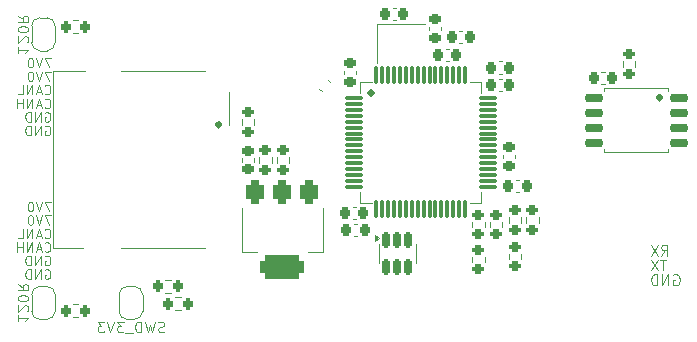
<source format=gbo>
G04 #@! TF.GenerationSoftware,KiCad,Pcbnew,8.0.1*
G04 #@! TF.CreationDate,2024-03-31T17:14:50+03:00*
G04 #@! TF.ProjectId,Master board,4d617374-6572-4206-926f-6172642e6b69,rev?*
G04 #@! TF.SameCoordinates,Original*
G04 #@! TF.FileFunction,Legend,Bot*
G04 #@! TF.FilePolarity,Positive*
%FSLAX46Y46*%
G04 Gerber Fmt 4.6, Leading zero omitted, Abs format (unit mm)*
G04 Created by KiCad (PCBNEW 8.0.1) date 2024-03-31 17:14:50*
%MOMM*%
%LPD*%
G01*
G04 APERTURE LIST*
G04 Aperture macros list*
%AMRoundRect*
0 Rectangle with rounded corners*
0 $1 Rounding radius*
0 $2 $3 $4 $5 $6 $7 $8 $9 X,Y pos of 4 corners*
0 Add a 4 corners polygon primitive as box body*
4,1,4,$2,$3,$4,$5,$6,$7,$8,$9,$2,$3,0*
0 Add four circle primitives for the rounded corners*
1,1,$1+$1,$2,$3*
1,1,$1+$1,$4,$5*
1,1,$1+$1,$6,$7*
1,1,$1+$1,$8,$9*
0 Add four rect primitives between the rounded corners*
20,1,$1+$1,$2,$3,$4,$5,0*
20,1,$1+$1,$4,$5,$6,$7,0*
20,1,$1+$1,$6,$7,$8,$9,0*
20,1,$1+$1,$8,$9,$2,$3,0*%
%AMFreePoly0*
4,1,19,0.500000,-0.750000,0.000000,-0.750000,0.000000,-0.744911,-0.071157,-0.744911,-0.207708,-0.704816,-0.327430,-0.627875,-0.420627,-0.520320,-0.479746,-0.390866,-0.500000,-0.250000,-0.500000,0.250000,-0.479746,0.390866,-0.420627,0.520320,-0.327430,0.627875,-0.207708,0.704816,-0.071157,0.744911,0.000000,0.744911,0.000000,0.750000,0.500000,0.750000,0.500000,-0.750000,0.500000,-0.750000,
$1*%
%AMFreePoly1*
4,1,19,0.000000,0.744911,0.071157,0.744911,0.207708,0.704816,0.327430,0.627875,0.420627,0.520320,0.479746,0.390866,0.500000,0.250000,0.500000,-0.250000,0.479746,-0.390866,0.420627,-0.520320,0.327430,-0.627875,0.207708,-0.704816,0.071157,-0.744911,0.000000,-0.744911,0.000000,-0.750000,-0.500000,-0.750000,-0.500000,0.750000,0.000000,0.750000,0.000000,0.744911,0.000000,0.744911,
$1*%
G04 Aperture macros list end*
%ADD10C,0.100000*%
%ADD11C,0.120000*%
%ADD12C,0.314000*%
%ADD13C,0.350000*%
%ADD14C,1.600000*%
%ADD15C,0.500000*%
%ADD16O,1.090000X2.000000*%
%ADD17O,1.050000X1.600000*%
%ADD18C,0.900000*%
%ADD19C,1.000000*%
%ADD20O,1.000000X1.000000*%
%ADD21C,0.700000*%
%ADD22C,4.400000*%
%ADD23C,1.400000*%
%ADD24C,3.500000*%
%ADD25RoundRect,0.225000X-0.250000X0.225000X-0.250000X-0.225000X0.250000X-0.225000X0.250000X0.225000X0*%
%ADD26RoundRect,0.200000X-0.275000X0.200000X-0.275000X-0.200000X0.275000X-0.200000X0.275000X0.200000X0*%
%ADD27RoundRect,0.225000X-0.225000X-0.250000X0.225000X-0.250000X0.225000X0.250000X-0.225000X0.250000X0*%
%ADD28RoundRect,0.200000X0.200000X0.275000X-0.200000X0.275000X-0.200000X-0.275000X0.200000X-0.275000X0*%
%ADD29R,1.300000X0.700000*%
%ADD30R,2.000000X1.200000*%
%ADD31R,1.400000X1.200000*%
%ADD32R,1.400000X1.150000*%
%ADD33RoundRect,0.375000X-0.375000X0.625000X-0.375000X-0.625000X0.375000X-0.625000X0.375000X0.625000X0*%
%ADD34RoundRect,0.500000X-1.400000X0.500000X-1.400000X-0.500000X1.400000X-0.500000X1.400000X0.500000X0*%
%ADD35RoundRect,0.225000X0.225000X0.250000X-0.225000X0.250000X-0.225000X-0.250000X0.225000X-0.250000X0*%
%ADD36RoundRect,0.075000X-0.075000X0.700000X-0.075000X-0.700000X0.075000X-0.700000X0.075000X0.700000X0*%
%ADD37RoundRect,0.075000X-0.700000X0.075000X-0.700000X-0.075000X0.700000X-0.075000X0.700000X0.075000X0*%
%ADD38RoundRect,0.200000X0.275000X-0.200000X0.275000X0.200000X-0.275000X0.200000X-0.275000X-0.200000X0*%
%ADD39FreePoly0,270.000000*%
%ADD40FreePoly1,270.000000*%
%ADD41RoundRect,0.200000X-0.200000X-0.275000X0.200000X-0.275000X0.200000X0.275000X-0.200000X0.275000X0*%
%ADD42RoundRect,0.150000X0.650000X0.150000X-0.650000X0.150000X-0.650000X-0.150000X0.650000X-0.150000X0*%
%ADD43RoundRect,0.225000X0.335876X0.017678X0.017678X0.335876X-0.335876X-0.017678X-0.017678X-0.335876X0*%
%ADD44RoundRect,0.150000X-0.150000X0.512500X-0.150000X-0.512500X0.150000X-0.512500X0.150000X0.512500X0*%
G04 APERTURE END LIST*
D10*
X109987925Y-71275895D02*
X109454591Y-71275895D01*
X109454591Y-71275895D02*
X109797449Y-72075895D01*
X109264115Y-71275895D02*
X108997448Y-72075895D01*
X108997448Y-72075895D02*
X108730782Y-71275895D01*
X108311734Y-71275895D02*
X108235544Y-71275895D01*
X108235544Y-71275895D02*
X108159353Y-71313990D01*
X108159353Y-71313990D02*
X108121258Y-71352085D01*
X108121258Y-71352085D02*
X108083163Y-71428276D01*
X108083163Y-71428276D02*
X108045068Y-71580657D01*
X108045068Y-71580657D02*
X108045068Y-71771133D01*
X108045068Y-71771133D02*
X108083163Y-71923514D01*
X108083163Y-71923514D02*
X108121258Y-71999704D01*
X108121258Y-71999704D02*
X108159353Y-72037800D01*
X108159353Y-72037800D02*
X108235544Y-72075895D01*
X108235544Y-72075895D02*
X108311734Y-72075895D01*
X108311734Y-72075895D02*
X108387925Y-72037800D01*
X108387925Y-72037800D02*
X108426020Y-71999704D01*
X108426020Y-71999704D02*
X108464115Y-71923514D01*
X108464115Y-71923514D02*
X108502211Y-71771133D01*
X108502211Y-71771133D02*
X108502211Y-71580657D01*
X108502211Y-71580657D02*
X108464115Y-71428276D01*
X108464115Y-71428276D02*
X108426020Y-71352085D01*
X108426020Y-71352085D02*
X108387925Y-71313990D01*
X108387925Y-71313990D02*
X108311734Y-71275895D01*
X109492687Y-77036990D02*
X109568877Y-76998895D01*
X109568877Y-76998895D02*
X109683163Y-76998895D01*
X109683163Y-76998895D02*
X109797449Y-77036990D01*
X109797449Y-77036990D02*
X109873639Y-77113180D01*
X109873639Y-77113180D02*
X109911734Y-77189371D01*
X109911734Y-77189371D02*
X109949830Y-77341752D01*
X109949830Y-77341752D02*
X109949830Y-77456038D01*
X109949830Y-77456038D02*
X109911734Y-77608419D01*
X109911734Y-77608419D02*
X109873639Y-77684609D01*
X109873639Y-77684609D02*
X109797449Y-77760800D01*
X109797449Y-77760800D02*
X109683163Y-77798895D01*
X109683163Y-77798895D02*
X109606972Y-77798895D01*
X109606972Y-77798895D02*
X109492687Y-77760800D01*
X109492687Y-77760800D02*
X109454591Y-77722704D01*
X109454591Y-77722704D02*
X109454591Y-77456038D01*
X109454591Y-77456038D02*
X109606972Y-77456038D01*
X109111734Y-77798895D02*
X109111734Y-76998895D01*
X109111734Y-76998895D02*
X108654591Y-77798895D01*
X108654591Y-77798895D02*
X108654591Y-76998895D01*
X108273639Y-77798895D02*
X108273639Y-76998895D01*
X108273639Y-76998895D02*
X108083163Y-76998895D01*
X108083163Y-76998895D02*
X107968877Y-77036990D01*
X107968877Y-77036990D02*
X107892687Y-77113180D01*
X107892687Y-77113180D02*
X107854592Y-77189371D01*
X107854592Y-77189371D02*
X107816496Y-77341752D01*
X107816496Y-77341752D02*
X107816496Y-77456038D01*
X107816496Y-77456038D02*
X107854592Y-77608419D01*
X107854592Y-77608419D02*
X107892687Y-77684609D01*
X107892687Y-77684609D02*
X107968877Y-77760800D01*
X107968877Y-77760800D02*
X108083163Y-77798895D01*
X108083163Y-77798895D02*
X108273639Y-77798895D01*
X109454591Y-86471904D02*
X109492687Y-86510000D01*
X109492687Y-86510000D02*
X109606972Y-86548095D01*
X109606972Y-86548095D02*
X109683163Y-86548095D01*
X109683163Y-86548095D02*
X109797449Y-86510000D01*
X109797449Y-86510000D02*
X109873639Y-86433809D01*
X109873639Y-86433809D02*
X109911734Y-86357619D01*
X109911734Y-86357619D02*
X109949830Y-86205238D01*
X109949830Y-86205238D02*
X109949830Y-86090952D01*
X109949830Y-86090952D02*
X109911734Y-85938571D01*
X109911734Y-85938571D02*
X109873639Y-85862380D01*
X109873639Y-85862380D02*
X109797449Y-85786190D01*
X109797449Y-85786190D02*
X109683163Y-85748095D01*
X109683163Y-85748095D02*
X109606972Y-85748095D01*
X109606972Y-85748095D02*
X109492687Y-85786190D01*
X109492687Y-85786190D02*
X109454591Y-85824285D01*
X109149830Y-86319523D02*
X108768877Y-86319523D01*
X109226020Y-86548095D02*
X108959353Y-85748095D01*
X108959353Y-85748095D02*
X108692687Y-86548095D01*
X108426020Y-86548095D02*
X108426020Y-85748095D01*
X108426020Y-85748095D02*
X107968877Y-86548095D01*
X107968877Y-86548095D02*
X107968877Y-85748095D01*
X107206973Y-86548095D02*
X107587925Y-86548095D01*
X107587925Y-86548095D02*
X107587925Y-85748095D01*
X119571782Y-94452800D02*
X119443211Y-94495657D01*
X119443211Y-94495657D02*
X119228925Y-94495657D01*
X119228925Y-94495657D02*
X119143211Y-94452800D01*
X119143211Y-94452800D02*
X119100353Y-94409942D01*
X119100353Y-94409942D02*
X119057496Y-94324228D01*
X119057496Y-94324228D02*
X119057496Y-94238514D01*
X119057496Y-94238514D02*
X119100353Y-94152800D01*
X119100353Y-94152800D02*
X119143211Y-94109942D01*
X119143211Y-94109942D02*
X119228925Y-94067085D01*
X119228925Y-94067085D02*
X119400353Y-94024228D01*
X119400353Y-94024228D02*
X119486068Y-93981371D01*
X119486068Y-93981371D02*
X119528925Y-93938514D01*
X119528925Y-93938514D02*
X119571782Y-93852800D01*
X119571782Y-93852800D02*
X119571782Y-93767085D01*
X119571782Y-93767085D02*
X119528925Y-93681371D01*
X119528925Y-93681371D02*
X119486068Y-93638514D01*
X119486068Y-93638514D02*
X119400353Y-93595657D01*
X119400353Y-93595657D02*
X119186068Y-93595657D01*
X119186068Y-93595657D02*
X119057496Y-93638514D01*
X118757496Y-93595657D02*
X118543210Y-94495657D01*
X118543210Y-94495657D02*
X118371782Y-93852800D01*
X118371782Y-93852800D02*
X118200353Y-94495657D01*
X118200353Y-94495657D02*
X117986068Y-93595657D01*
X117643211Y-94495657D02*
X117643211Y-93595657D01*
X117643211Y-93595657D02*
X117428925Y-93595657D01*
X117428925Y-93595657D02*
X117300354Y-93638514D01*
X117300354Y-93638514D02*
X117214639Y-93724228D01*
X117214639Y-93724228D02*
X117171782Y-93809942D01*
X117171782Y-93809942D02*
X117128925Y-93981371D01*
X117128925Y-93981371D02*
X117128925Y-94109942D01*
X117128925Y-94109942D02*
X117171782Y-94281371D01*
X117171782Y-94281371D02*
X117214639Y-94367085D01*
X117214639Y-94367085D02*
X117300354Y-94452800D01*
X117300354Y-94452800D02*
X117428925Y-94495657D01*
X117428925Y-94495657D02*
X117643211Y-94495657D01*
X116957497Y-94581371D02*
X116271782Y-94581371D01*
X116143211Y-93595657D02*
X115586068Y-93595657D01*
X115586068Y-93595657D02*
X115886068Y-93938514D01*
X115886068Y-93938514D02*
X115757497Y-93938514D01*
X115757497Y-93938514D02*
X115671783Y-93981371D01*
X115671783Y-93981371D02*
X115628925Y-94024228D01*
X115628925Y-94024228D02*
X115586068Y-94109942D01*
X115586068Y-94109942D02*
X115586068Y-94324228D01*
X115586068Y-94324228D02*
X115628925Y-94409942D01*
X115628925Y-94409942D02*
X115671783Y-94452800D01*
X115671783Y-94452800D02*
X115757497Y-94495657D01*
X115757497Y-94495657D02*
X116014640Y-94495657D01*
X116014640Y-94495657D02*
X116100354Y-94452800D01*
X116100354Y-94452800D02*
X116143211Y-94409942D01*
X115328925Y-93595657D02*
X115028925Y-94495657D01*
X115028925Y-94495657D02*
X114728925Y-93595657D01*
X114514639Y-93595657D02*
X113957496Y-93595657D01*
X113957496Y-93595657D02*
X114257496Y-93938514D01*
X114257496Y-93938514D02*
X114128925Y-93938514D01*
X114128925Y-93938514D02*
X114043211Y-93981371D01*
X114043211Y-93981371D02*
X114000353Y-94024228D01*
X114000353Y-94024228D02*
X113957496Y-94109942D01*
X113957496Y-94109942D02*
X113957496Y-94324228D01*
X113957496Y-94324228D02*
X114000353Y-94409942D01*
X114000353Y-94409942D02*
X114043211Y-94452800D01*
X114043211Y-94452800D02*
X114128925Y-94495657D01*
X114128925Y-94495657D02*
X114386068Y-94495657D01*
X114386068Y-94495657D02*
X114471782Y-94452800D01*
X114471782Y-94452800D02*
X114514639Y-94409942D01*
X162095496Y-88349657D02*
X161581211Y-88349657D01*
X161838353Y-89249657D02*
X161838353Y-88349657D01*
X161366925Y-88349657D02*
X160766925Y-89249657D01*
X160766925Y-88349657D02*
X161366925Y-89249657D01*
X162695496Y-89642514D02*
X162781211Y-89599657D01*
X162781211Y-89599657D02*
X162909782Y-89599657D01*
X162909782Y-89599657D02*
X163038353Y-89642514D01*
X163038353Y-89642514D02*
X163124068Y-89728228D01*
X163124068Y-89728228D02*
X163166925Y-89813942D01*
X163166925Y-89813942D02*
X163209782Y-89985371D01*
X163209782Y-89985371D02*
X163209782Y-90113942D01*
X163209782Y-90113942D02*
X163166925Y-90285371D01*
X163166925Y-90285371D02*
X163124068Y-90371085D01*
X163124068Y-90371085D02*
X163038353Y-90456800D01*
X163038353Y-90456800D02*
X162909782Y-90499657D01*
X162909782Y-90499657D02*
X162824068Y-90499657D01*
X162824068Y-90499657D02*
X162695496Y-90456800D01*
X162695496Y-90456800D02*
X162652639Y-90413942D01*
X162652639Y-90413942D02*
X162652639Y-90113942D01*
X162652639Y-90113942D02*
X162824068Y-90113942D01*
X162266925Y-90499657D02*
X162266925Y-89599657D01*
X162266925Y-89599657D02*
X161752639Y-90499657D01*
X161752639Y-90499657D02*
X161752639Y-89599657D01*
X161324068Y-90499657D02*
X161324068Y-89599657D01*
X161324068Y-89599657D02*
X161109782Y-89599657D01*
X161109782Y-89599657D02*
X160981211Y-89642514D01*
X160981211Y-89642514D02*
X160895496Y-89728228D01*
X160895496Y-89728228D02*
X160852639Y-89813942D01*
X160852639Y-89813942D02*
X160809782Y-89985371D01*
X160809782Y-89985371D02*
X160809782Y-90113942D01*
X160809782Y-90113942D02*
X160852639Y-90285371D01*
X160852639Y-90285371D02*
X160895496Y-90371085D01*
X160895496Y-90371085D02*
X160981211Y-90456800D01*
X160981211Y-90456800D02*
X161109782Y-90499657D01*
X161109782Y-90499657D02*
X161324068Y-90499657D01*
X109454591Y-87616504D02*
X109492687Y-87654600D01*
X109492687Y-87654600D02*
X109606972Y-87692695D01*
X109606972Y-87692695D02*
X109683163Y-87692695D01*
X109683163Y-87692695D02*
X109797449Y-87654600D01*
X109797449Y-87654600D02*
X109873639Y-87578409D01*
X109873639Y-87578409D02*
X109911734Y-87502219D01*
X109911734Y-87502219D02*
X109949830Y-87349838D01*
X109949830Y-87349838D02*
X109949830Y-87235552D01*
X109949830Y-87235552D02*
X109911734Y-87083171D01*
X109911734Y-87083171D02*
X109873639Y-87006980D01*
X109873639Y-87006980D02*
X109797449Y-86930790D01*
X109797449Y-86930790D02*
X109683163Y-86892695D01*
X109683163Y-86892695D02*
X109606972Y-86892695D01*
X109606972Y-86892695D02*
X109492687Y-86930790D01*
X109492687Y-86930790D02*
X109454591Y-86968885D01*
X109149830Y-87464123D02*
X108768877Y-87464123D01*
X109226020Y-87692695D02*
X108959353Y-86892695D01*
X108959353Y-86892695D02*
X108692687Y-87692695D01*
X108426020Y-87692695D02*
X108426020Y-86892695D01*
X108426020Y-86892695D02*
X107968877Y-87692695D01*
X107968877Y-87692695D02*
X107968877Y-86892695D01*
X107587925Y-87692695D02*
X107587925Y-86892695D01*
X107587925Y-87273647D02*
X107130782Y-87273647D01*
X107130782Y-87692695D02*
X107130782Y-86892695D01*
X109987925Y-83458895D02*
X109454591Y-83458895D01*
X109454591Y-83458895D02*
X109797449Y-84258895D01*
X109264115Y-83458895D02*
X108997448Y-84258895D01*
X108997448Y-84258895D02*
X108730782Y-83458895D01*
X108311734Y-83458895D02*
X108235544Y-83458895D01*
X108235544Y-83458895D02*
X108159353Y-83496990D01*
X108159353Y-83496990D02*
X108121258Y-83535085D01*
X108121258Y-83535085D02*
X108083163Y-83611276D01*
X108083163Y-83611276D02*
X108045068Y-83763657D01*
X108045068Y-83763657D02*
X108045068Y-83954133D01*
X108045068Y-83954133D02*
X108083163Y-84106514D01*
X108083163Y-84106514D02*
X108121258Y-84182704D01*
X108121258Y-84182704D02*
X108159353Y-84220800D01*
X108159353Y-84220800D02*
X108235544Y-84258895D01*
X108235544Y-84258895D02*
X108311734Y-84258895D01*
X108311734Y-84258895D02*
X108387925Y-84220800D01*
X108387925Y-84220800D02*
X108426020Y-84182704D01*
X108426020Y-84182704D02*
X108464115Y-84106514D01*
X108464115Y-84106514D02*
X108502211Y-83954133D01*
X108502211Y-83954133D02*
X108502211Y-83763657D01*
X108502211Y-83763657D02*
X108464115Y-83611276D01*
X108464115Y-83611276D02*
X108426020Y-83535085D01*
X108426020Y-83535085D02*
X108387925Y-83496990D01*
X108387925Y-83496990D02*
X108311734Y-83458895D01*
X109492687Y-75892390D02*
X109568877Y-75854295D01*
X109568877Y-75854295D02*
X109683163Y-75854295D01*
X109683163Y-75854295D02*
X109797449Y-75892390D01*
X109797449Y-75892390D02*
X109873639Y-75968580D01*
X109873639Y-75968580D02*
X109911734Y-76044771D01*
X109911734Y-76044771D02*
X109949830Y-76197152D01*
X109949830Y-76197152D02*
X109949830Y-76311438D01*
X109949830Y-76311438D02*
X109911734Y-76463819D01*
X109911734Y-76463819D02*
X109873639Y-76540009D01*
X109873639Y-76540009D02*
X109797449Y-76616200D01*
X109797449Y-76616200D02*
X109683163Y-76654295D01*
X109683163Y-76654295D02*
X109606972Y-76654295D01*
X109606972Y-76654295D02*
X109492687Y-76616200D01*
X109492687Y-76616200D02*
X109454591Y-76578104D01*
X109454591Y-76578104D02*
X109454591Y-76311438D01*
X109454591Y-76311438D02*
X109606972Y-76311438D01*
X109111734Y-76654295D02*
X109111734Y-75854295D01*
X109111734Y-75854295D02*
X108654591Y-76654295D01*
X108654591Y-76654295D02*
X108654591Y-75854295D01*
X108273639Y-76654295D02*
X108273639Y-75854295D01*
X108273639Y-75854295D02*
X108083163Y-75854295D01*
X108083163Y-75854295D02*
X107968877Y-75892390D01*
X107968877Y-75892390D02*
X107892687Y-75968580D01*
X107892687Y-75968580D02*
X107854592Y-76044771D01*
X107854592Y-76044771D02*
X107816496Y-76197152D01*
X107816496Y-76197152D02*
X107816496Y-76311438D01*
X107816496Y-76311438D02*
X107854592Y-76463819D01*
X107854592Y-76463819D02*
X107892687Y-76540009D01*
X107892687Y-76540009D02*
X107968877Y-76616200D01*
X107968877Y-76616200D02*
X108083163Y-76654295D01*
X108083163Y-76654295D02*
X108273639Y-76654295D01*
X109492687Y-89219990D02*
X109568877Y-89181895D01*
X109568877Y-89181895D02*
X109683163Y-89181895D01*
X109683163Y-89181895D02*
X109797449Y-89219990D01*
X109797449Y-89219990D02*
X109873639Y-89296180D01*
X109873639Y-89296180D02*
X109911734Y-89372371D01*
X109911734Y-89372371D02*
X109949830Y-89524752D01*
X109949830Y-89524752D02*
X109949830Y-89639038D01*
X109949830Y-89639038D02*
X109911734Y-89791419D01*
X109911734Y-89791419D02*
X109873639Y-89867609D01*
X109873639Y-89867609D02*
X109797449Y-89943800D01*
X109797449Y-89943800D02*
X109683163Y-89981895D01*
X109683163Y-89981895D02*
X109606972Y-89981895D01*
X109606972Y-89981895D02*
X109492687Y-89943800D01*
X109492687Y-89943800D02*
X109454591Y-89905704D01*
X109454591Y-89905704D02*
X109454591Y-89639038D01*
X109454591Y-89639038D02*
X109606972Y-89639038D01*
X109111734Y-89981895D02*
X109111734Y-89181895D01*
X109111734Y-89181895D02*
X108654591Y-89981895D01*
X108654591Y-89981895D02*
X108654591Y-89181895D01*
X108273639Y-89981895D02*
X108273639Y-89181895D01*
X108273639Y-89181895D02*
X108083163Y-89181895D01*
X108083163Y-89181895D02*
X107968877Y-89219990D01*
X107968877Y-89219990D02*
X107892687Y-89296180D01*
X107892687Y-89296180D02*
X107854592Y-89372371D01*
X107854592Y-89372371D02*
X107816496Y-89524752D01*
X107816496Y-89524752D02*
X107816496Y-89639038D01*
X107816496Y-89639038D02*
X107854592Y-89791419D01*
X107854592Y-89791419D02*
X107892687Y-89867609D01*
X107892687Y-89867609D02*
X107968877Y-89943800D01*
X107968877Y-89943800D02*
X108083163Y-89981895D01*
X108083163Y-89981895D02*
X108273639Y-89981895D01*
X109492687Y-88075390D02*
X109568877Y-88037295D01*
X109568877Y-88037295D02*
X109683163Y-88037295D01*
X109683163Y-88037295D02*
X109797449Y-88075390D01*
X109797449Y-88075390D02*
X109873639Y-88151580D01*
X109873639Y-88151580D02*
X109911734Y-88227771D01*
X109911734Y-88227771D02*
X109949830Y-88380152D01*
X109949830Y-88380152D02*
X109949830Y-88494438D01*
X109949830Y-88494438D02*
X109911734Y-88646819D01*
X109911734Y-88646819D02*
X109873639Y-88723009D01*
X109873639Y-88723009D02*
X109797449Y-88799200D01*
X109797449Y-88799200D02*
X109683163Y-88837295D01*
X109683163Y-88837295D02*
X109606972Y-88837295D01*
X109606972Y-88837295D02*
X109492687Y-88799200D01*
X109492687Y-88799200D02*
X109454591Y-88761104D01*
X109454591Y-88761104D02*
X109454591Y-88494438D01*
X109454591Y-88494438D02*
X109606972Y-88494438D01*
X109111734Y-88837295D02*
X109111734Y-88037295D01*
X109111734Y-88037295D02*
X108654591Y-88837295D01*
X108654591Y-88837295D02*
X108654591Y-88037295D01*
X108273639Y-88837295D02*
X108273639Y-88037295D01*
X108273639Y-88037295D02*
X108083163Y-88037295D01*
X108083163Y-88037295D02*
X107968877Y-88075390D01*
X107968877Y-88075390D02*
X107892687Y-88151580D01*
X107892687Y-88151580D02*
X107854592Y-88227771D01*
X107854592Y-88227771D02*
X107816496Y-88380152D01*
X107816496Y-88380152D02*
X107816496Y-88494438D01*
X107816496Y-88494438D02*
X107854592Y-88646819D01*
X107854592Y-88646819D02*
X107892687Y-88723009D01*
X107892687Y-88723009D02*
X107968877Y-88799200D01*
X107968877Y-88799200D02*
X108083163Y-88837295D01*
X108083163Y-88837295D02*
X108273639Y-88837295D01*
X109987925Y-72420495D02*
X109454591Y-72420495D01*
X109454591Y-72420495D02*
X109797449Y-73220495D01*
X109264115Y-72420495D02*
X108997448Y-73220495D01*
X108997448Y-73220495D02*
X108730782Y-72420495D01*
X108311734Y-72420495D02*
X108235544Y-72420495D01*
X108235544Y-72420495D02*
X108159353Y-72458590D01*
X108159353Y-72458590D02*
X108121258Y-72496685D01*
X108121258Y-72496685D02*
X108083163Y-72572876D01*
X108083163Y-72572876D02*
X108045068Y-72725257D01*
X108045068Y-72725257D02*
X108045068Y-72915733D01*
X108045068Y-72915733D02*
X108083163Y-73068114D01*
X108083163Y-73068114D02*
X108121258Y-73144304D01*
X108121258Y-73144304D02*
X108159353Y-73182400D01*
X108159353Y-73182400D02*
X108235544Y-73220495D01*
X108235544Y-73220495D02*
X108311734Y-73220495D01*
X108311734Y-73220495D02*
X108387925Y-73182400D01*
X108387925Y-73182400D02*
X108426020Y-73144304D01*
X108426020Y-73144304D02*
X108464115Y-73068114D01*
X108464115Y-73068114D02*
X108502211Y-72915733D01*
X108502211Y-72915733D02*
X108502211Y-72725257D01*
X108502211Y-72725257D02*
X108464115Y-72572876D01*
X108464115Y-72572876D02*
X108426020Y-72496685D01*
X108426020Y-72496685D02*
X108387925Y-72458590D01*
X108387925Y-72458590D02*
X108311734Y-72420495D01*
X107180342Y-70305211D02*
X107180342Y-70819497D01*
X107180342Y-70562354D02*
X108080342Y-70562354D01*
X108080342Y-70562354D02*
X107951771Y-70648068D01*
X107951771Y-70648068D02*
X107866057Y-70733783D01*
X107866057Y-70733783D02*
X107823200Y-70819497D01*
X107994628Y-69962354D02*
X108037485Y-69919497D01*
X108037485Y-69919497D02*
X108080342Y-69833783D01*
X108080342Y-69833783D02*
X108080342Y-69619497D01*
X108080342Y-69619497D02*
X108037485Y-69533783D01*
X108037485Y-69533783D02*
X107994628Y-69490925D01*
X107994628Y-69490925D02*
X107908914Y-69448068D01*
X107908914Y-69448068D02*
X107823200Y-69448068D01*
X107823200Y-69448068D02*
X107694628Y-69490925D01*
X107694628Y-69490925D02*
X107180342Y-70005211D01*
X107180342Y-70005211D02*
X107180342Y-69448068D01*
X108080342Y-68890925D02*
X108080342Y-68805211D01*
X108080342Y-68805211D02*
X108037485Y-68719497D01*
X108037485Y-68719497D02*
X107994628Y-68676640D01*
X107994628Y-68676640D02*
X107908914Y-68633782D01*
X107908914Y-68633782D02*
X107737485Y-68590925D01*
X107737485Y-68590925D02*
X107523200Y-68590925D01*
X107523200Y-68590925D02*
X107351771Y-68633782D01*
X107351771Y-68633782D02*
X107266057Y-68676640D01*
X107266057Y-68676640D02*
X107223200Y-68719497D01*
X107223200Y-68719497D02*
X107180342Y-68805211D01*
X107180342Y-68805211D02*
X107180342Y-68890925D01*
X107180342Y-68890925D02*
X107223200Y-68976640D01*
X107223200Y-68976640D02*
X107266057Y-69019497D01*
X107266057Y-69019497D02*
X107351771Y-69062354D01*
X107351771Y-69062354D02*
X107523200Y-69105211D01*
X107523200Y-69105211D02*
X107737485Y-69105211D01*
X107737485Y-69105211D02*
X107908914Y-69062354D01*
X107908914Y-69062354D02*
X107994628Y-69019497D01*
X107994628Y-69019497D02*
X108037485Y-68976640D01*
X108037485Y-68976640D02*
X108080342Y-68890925D01*
X107180342Y-67690925D02*
X107608914Y-67990925D01*
X107180342Y-68205211D02*
X108080342Y-68205211D01*
X108080342Y-68205211D02*
X108080342Y-67862354D01*
X108080342Y-67862354D02*
X108037485Y-67776639D01*
X108037485Y-67776639D02*
X107994628Y-67733782D01*
X107994628Y-67733782D02*
X107908914Y-67690925D01*
X107908914Y-67690925D02*
X107780342Y-67690925D01*
X107780342Y-67690925D02*
X107694628Y-67733782D01*
X107694628Y-67733782D02*
X107651771Y-67776639D01*
X107651771Y-67776639D02*
X107608914Y-67862354D01*
X107608914Y-67862354D02*
X107608914Y-68205211D01*
X161666925Y-87999657D02*
X161966925Y-87571085D01*
X162181211Y-87999657D02*
X162181211Y-87099657D01*
X162181211Y-87099657D02*
X161838354Y-87099657D01*
X161838354Y-87099657D02*
X161752639Y-87142514D01*
X161752639Y-87142514D02*
X161709782Y-87185371D01*
X161709782Y-87185371D02*
X161666925Y-87271085D01*
X161666925Y-87271085D02*
X161666925Y-87399657D01*
X161666925Y-87399657D02*
X161709782Y-87485371D01*
X161709782Y-87485371D02*
X161752639Y-87528228D01*
X161752639Y-87528228D02*
X161838354Y-87571085D01*
X161838354Y-87571085D02*
X162181211Y-87571085D01*
X161366925Y-87099657D02*
X160766925Y-87999657D01*
X160766925Y-87099657D02*
X161366925Y-87999657D01*
X109987925Y-84603495D02*
X109454591Y-84603495D01*
X109454591Y-84603495D02*
X109797449Y-85403495D01*
X109264115Y-84603495D02*
X108997448Y-85403495D01*
X108997448Y-85403495D02*
X108730782Y-84603495D01*
X108311734Y-84603495D02*
X108235544Y-84603495D01*
X108235544Y-84603495D02*
X108159353Y-84641590D01*
X108159353Y-84641590D02*
X108121258Y-84679685D01*
X108121258Y-84679685D02*
X108083163Y-84755876D01*
X108083163Y-84755876D02*
X108045068Y-84908257D01*
X108045068Y-84908257D02*
X108045068Y-85098733D01*
X108045068Y-85098733D02*
X108083163Y-85251114D01*
X108083163Y-85251114D02*
X108121258Y-85327304D01*
X108121258Y-85327304D02*
X108159353Y-85365400D01*
X108159353Y-85365400D02*
X108235544Y-85403495D01*
X108235544Y-85403495D02*
X108311734Y-85403495D01*
X108311734Y-85403495D02*
X108387925Y-85365400D01*
X108387925Y-85365400D02*
X108426020Y-85327304D01*
X108426020Y-85327304D02*
X108464115Y-85251114D01*
X108464115Y-85251114D02*
X108502211Y-85098733D01*
X108502211Y-85098733D02*
X108502211Y-84908257D01*
X108502211Y-84908257D02*
X108464115Y-84755876D01*
X108464115Y-84755876D02*
X108426020Y-84679685D01*
X108426020Y-84679685D02*
X108387925Y-84641590D01*
X108387925Y-84641590D02*
X108311734Y-84603495D01*
X109454591Y-75433504D02*
X109492687Y-75471600D01*
X109492687Y-75471600D02*
X109606972Y-75509695D01*
X109606972Y-75509695D02*
X109683163Y-75509695D01*
X109683163Y-75509695D02*
X109797449Y-75471600D01*
X109797449Y-75471600D02*
X109873639Y-75395409D01*
X109873639Y-75395409D02*
X109911734Y-75319219D01*
X109911734Y-75319219D02*
X109949830Y-75166838D01*
X109949830Y-75166838D02*
X109949830Y-75052552D01*
X109949830Y-75052552D02*
X109911734Y-74900171D01*
X109911734Y-74900171D02*
X109873639Y-74823980D01*
X109873639Y-74823980D02*
X109797449Y-74747790D01*
X109797449Y-74747790D02*
X109683163Y-74709695D01*
X109683163Y-74709695D02*
X109606972Y-74709695D01*
X109606972Y-74709695D02*
X109492687Y-74747790D01*
X109492687Y-74747790D02*
X109454591Y-74785885D01*
X109149830Y-75281123D02*
X108768877Y-75281123D01*
X109226020Y-75509695D02*
X108959353Y-74709695D01*
X108959353Y-74709695D02*
X108692687Y-75509695D01*
X108426020Y-75509695D02*
X108426020Y-74709695D01*
X108426020Y-74709695D02*
X107968877Y-75509695D01*
X107968877Y-75509695D02*
X107968877Y-74709695D01*
X107587925Y-75509695D02*
X107587925Y-74709695D01*
X107587925Y-75090647D02*
X107130782Y-75090647D01*
X107130782Y-75509695D02*
X107130782Y-74709695D01*
X109454591Y-74288904D02*
X109492687Y-74327000D01*
X109492687Y-74327000D02*
X109606972Y-74365095D01*
X109606972Y-74365095D02*
X109683163Y-74365095D01*
X109683163Y-74365095D02*
X109797449Y-74327000D01*
X109797449Y-74327000D02*
X109873639Y-74250809D01*
X109873639Y-74250809D02*
X109911734Y-74174619D01*
X109911734Y-74174619D02*
X109949830Y-74022238D01*
X109949830Y-74022238D02*
X109949830Y-73907952D01*
X109949830Y-73907952D02*
X109911734Y-73755571D01*
X109911734Y-73755571D02*
X109873639Y-73679380D01*
X109873639Y-73679380D02*
X109797449Y-73603190D01*
X109797449Y-73603190D02*
X109683163Y-73565095D01*
X109683163Y-73565095D02*
X109606972Y-73565095D01*
X109606972Y-73565095D02*
X109492687Y-73603190D01*
X109492687Y-73603190D02*
X109454591Y-73641285D01*
X109149830Y-74136523D02*
X108768877Y-74136523D01*
X109226020Y-74365095D02*
X108959353Y-73565095D01*
X108959353Y-73565095D02*
X108692687Y-74365095D01*
X108426020Y-74365095D02*
X108426020Y-73565095D01*
X108426020Y-73565095D02*
X107968877Y-74365095D01*
X107968877Y-74365095D02*
X107968877Y-73565095D01*
X107206973Y-74365095D02*
X107587925Y-74365095D01*
X107587925Y-74365095D02*
X107587925Y-73565095D01*
X107180342Y-93057211D02*
X107180342Y-93571497D01*
X107180342Y-93314354D02*
X108080342Y-93314354D01*
X108080342Y-93314354D02*
X107951771Y-93400068D01*
X107951771Y-93400068D02*
X107866057Y-93485783D01*
X107866057Y-93485783D02*
X107823200Y-93571497D01*
X107994628Y-92714354D02*
X108037485Y-92671497D01*
X108037485Y-92671497D02*
X108080342Y-92585783D01*
X108080342Y-92585783D02*
X108080342Y-92371497D01*
X108080342Y-92371497D02*
X108037485Y-92285783D01*
X108037485Y-92285783D02*
X107994628Y-92242925D01*
X107994628Y-92242925D02*
X107908914Y-92200068D01*
X107908914Y-92200068D02*
X107823200Y-92200068D01*
X107823200Y-92200068D02*
X107694628Y-92242925D01*
X107694628Y-92242925D02*
X107180342Y-92757211D01*
X107180342Y-92757211D02*
X107180342Y-92200068D01*
X108080342Y-91642925D02*
X108080342Y-91557211D01*
X108080342Y-91557211D02*
X108037485Y-91471497D01*
X108037485Y-91471497D02*
X107994628Y-91428640D01*
X107994628Y-91428640D02*
X107908914Y-91385782D01*
X107908914Y-91385782D02*
X107737485Y-91342925D01*
X107737485Y-91342925D02*
X107523200Y-91342925D01*
X107523200Y-91342925D02*
X107351771Y-91385782D01*
X107351771Y-91385782D02*
X107266057Y-91428640D01*
X107266057Y-91428640D02*
X107223200Y-91471497D01*
X107223200Y-91471497D02*
X107180342Y-91557211D01*
X107180342Y-91557211D02*
X107180342Y-91642925D01*
X107180342Y-91642925D02*
X107223200Y-91728640D01*
X107223200Y-91728640D02*
X107266057Y-91771497D01*
X107266057Y-91771497D02*
X107351771Y-91814354D01*
X107351771Y-91814354D02*
X107523200Y-91857211D01*
X107523200Y-91857211D02*
X107737485Y-91857211D01*
X107737485Y-91857211D02*
X107908914Y-91814354D01*
X107908914Y-91814354D02*
X107994628Y-91771497D01*
X107994628Y-91771497D02*
X108037485Y-91728640D01*
X108037485Y-91728640D02*
X108080342Y-91642925D01*
X107180342Y-90442925D02*
X107608914Y-90742925D01*
X107180342Y-90957211D02*
X108080342Y-90957211D01*
X108080342Y-90957211D02*
X108080342Y-90614354D01*
X108080342Y-90614354D02*
X108037485Y-90528639D01*
X108037485Y-90528639D02*
X107994628Y-90485782D01*
X107994628Y-90485782D02*
X107908914Y-90442925D01*
X107908914Y-90442925D02*
X107780342Y-90442925D01*
X107780342Y-90442925D02*
X107694628Y-90485782D01*
X107694628Y-90485782D02*
X107651771Y-90528639D01*
X107651771Y-90528639D02*
X107608914Y-90614354D01*
X107608914Y-90614354D02*
X107608914Y-90957211D01*
D11*
X126176000Y-80049580D02*
X126176000Y-79768420D01*
X127196000Y-80049580D02*
X127196000Y-79768420D01*
X148226000Y-79767580D02*
X148226000Y-79486420D01*
X149246000Y-79767580D02*
X149246000Y-79486420D01*
X147120500Y-85606258D02*
X147120500Y-85131742D01*
X148165500Y-85606258D02*
X148165500Y-85131742D01*
X135806580Y-83897000D02*
X135525420Y-83897000D01*
X135806580Y-84917000D02*
X135525420Y-84917000D01*
X111839742Y-68088500D02*
X112314258Y-68088500D01*
X111839742Y-69133500D02*
X112314258Y-69133500D01*
X110201500Y-72353000D02*
X112868500Y-72353000D01*
X110201500Y-87339000D02*
X110201500Y-72353000D01*
X112741500Y-87339000D02*
X110201500Y-87339000D01*
D10*
X123028500Y-72353000D02*
X115916500Y-72353000D01*
X123028500Y-87339000D02*
X115916500Y-87339000D01*
X125060500Y-74131000D02*
X125060500Y-76925000D01*
D12*
X124328500Y-76925000D02*
G75*
G02*
X124014500Y-76925000I-157000J0D01*
G01*
X124014500Y-76925000D02*
G75*
G02*
X124328500Y-76925000I157000J0D01*
G01*
D11*
X126168000Y-87700500D02*
X126168000Y-83940500D01*
X127428000Y-87700500D02*
X126168000Y-87700500D01*
X131728000Y-87700500D02*
X132988000Y-87700500D01*
X132988000Y-87700500D02*
X132988000Y-83940500D01*
X148170581Y-71573000D02*
X147889419Y-71573000D01*
X148170581Y-72593000D02*
X147889419Y-72593000D01*
X149341419Y-81609000D02*
X149622581Y-81609000D01*
X149341419Y-82629000D02*
X149622581Y-82629000D01*
X136188000Y-73315000D02*
X136188000Y-74265000D01*
X136188000Y-83535000D02*
X136188000Y-82585000D01*
X137138000Y-73315000D02*
X136188000Y-73315000D01*
X137138000Y-83535000D02*
X136188000Y-83535000D01*
X145458000Y-73315000D02*
X146408000Y-73315000D01*
X145458000Y-83535000D02*
X146408000Y-83535000D01*
X146408000Y-73315000D02*
X146408000Y-74265000D01*
X146408000Y-83535000D02*
X146408000Y-82585000D01*
D13*
X137271000Y-74249000D02*
G75*
G02*
X136921000Y-74249000I-175000J0D01*
G01*
X136921000Y-74249000D02*
G75*
G02*
X137271000Y-74249000I175000J0D01*
G01*
D11*
X127624500Y-79665742D02*
X127624500Y-80140258D01*
X128669500Y-79665742D02*
X128669500Y-80140258D01*
X111839742Y-92140500D02*
X112314258Y-92140500D01*
X111839742Y-93185500D02*
X112314258Y-93185500D01*
X145657500Y-85609258D02*
X145657500Y-85134742D01*
X146702500Y-85609258D02*
X146702500Y-85134742D01*
X108344000Y-69961000D02*
X108344000Y-68561000D01*
X109044000Y-67861000D02*
X109644000Y-67861000D01*
X109644000Y-70661000D02*
X109044000Y-70661000D01*
X110344000Y-68561000D02*
X110344000Y-69961000D01*
X108344000Y-68561000D02*
G75*
G02*
X109044000Y-67861000I699999J1D01*
G01*
X109044000Y-70661000D02*
G75*
G02*
X108344000Y-69961000I0J700000D01*
G01*
X109644000Y-67861000D02*
G75*
G02*
X110344000Y-68561000I1J-699999D01*
G01*
X110344000Y-69961000D02*
G75*
G02*
X109644000Y-70661000I-700000J0D01*
G01*
X143685580Y-70484000D02*
X143404420Y-70484000D01*
X143685580Y-71504000D02*
X143404420Y-71504000D01*
X145657500Y-88570258D02*
X145657500Y-88095742D01*
X146702500Y-88570258D02*
X146702500Y-88095742D01*
X144819580Y-69021000D02*
X144538420Y-69021000D01*
X144819580Y-70041000D02*
X144538420Y-70041000D01*
X156579420Y-72439000D02*
X156860580Y-72439000D01*
X156579420Y-73459000D02*
X156860580Y-73459000D01*
X150233500Y-85236258D02*
X150233500Y-84761742D01*
X151278500Y-85236258D02*
X151278500Y-84761742D01*
X129087500Y-79665742D02*
X129087500Y-80140258D01*
X130132500Y-79665742D02*
X130132500Y-80140258D01*
X148772001Y-88336258D02*
X148772001Y-87861742D01*
X149817001Y-88336258D02*
X149817001Y-87861742D01*
X120967258Y-91553500D02*
X120492742Y-91553500D01*
X120967258Y-92598500D02*
X120492742Y-92598500D01*
X135914580Y-85360000D02*
X135633420Y-85360000D01*
X135914580Y-86380000D02*
X135633420Y-86380000D01*
X141956000Y-68924580D02*
X141956000Y-68643420D01*
X142976000Y-68924580D02*
X142976000Y-68643420D01*
X108346000Y-92712997D02*
X108346000Y-91312997D01*
X109046000Y-90612997D02*
X109646000Y-90612997D01*
X109646000Y-93412997D02*
X109046000Y-93412997D01*
X110346000Y-91312997D02*
X110346000Y-92712997D01*
X108346000Y-91312997D02*
G75*
G02*
X109046000Y-90612997I699999J1D01*
G01*
X109046000Y-93412997D02*
G75*
G02*
X108346000Y-92712997I0J700000D01*
G01*
X109646000Y-90612997D02*
G75*
G02*
X110346000Y-91312997I1J-699999D01*
G01*
X110346000Y-92712997D02*
G75*
G02*
X109646000Y-93412997I-700000J0D01*
G01*
X134803000Y-72633580D02*
X134803000Y-72352420D01*
X135823000Y-72633580D02*
X135823000Y-72352420D01*
X137635000Y-68373000D02*
X137635000Y-71673000D01*
X141635000Y-68373000D02*
X137635000Y-68373000D01*
X115753500Y-92713000D02*
X115753500Y-91313000D01*
X116453500Y-90613000D02*
X117053500Y-90613000D01*
X117053500Y-93413000D02*
X116453500Y-93413000D01*
X117753500Y-91313000D02*
X117753500Y-92713000D01*
X115753500Y-91313000D02*
G75*
G02*
X116453500Y-90613000I699999J1D01*
G01*
X116453500Y-93413000D02*
G75*
G02*
X115753500Y-92713000I0J700000D01*
G01*
X117053500Y-90613000D02*
G75*
G02*
X117753500Y-91313000I1J-699999D01*
G01*
X117753500Y-92713000D02*
G75*
G02*
X117053500Y-93413000I-700000J0D01*
G01*
X156820000Y-73816000D02*
X159545000Y-73816000D01*
X156820000Y-74076000D02*
X156820000Y-73816000D01*
X156820000Y-79006000D02*
X156820000Y-79266000D01*
X156820000Y-79266000D02*
X159545000Y-79266000D01*
X162270000Y-73816000D02*
X159545000Y-73816000D01*
X162270000Y-74076000D02*
X162270000Y-73816000D01*
X162270000Y-79006000D02*
X162270000Y-79266000D01*
X162270000Y-79266000D02*
X159545000Y-79266000D01*
D13*
X161688000Y-74636000D02*
G75*
G02*
X161338000Y-74636000I-175000J0D01*
G01*
X161338000Y-74636000D02*
G75*
G02*
X161688000Y-74636000I175000J0D01*
G01*
D11*
X148170580Y-73034000D02*
X147889420Y-73034000D01*
X148170580Y-74054000D02*
X147889420Y-74054000D01*
X139196580Y-67081000D02*
X138915420Y-67081000D01*
X139196580Y-68101000D02*
X138915420Y-68101000D01*
X126158500Y-76938258D02*
X126158500Y-76463742D01*
X127203500Y-76938258D02*
X127203500Y-76463742D01*
X158411500Y-72027258D02*
X158411500Y-71552742D01*
X159456500Y-72027258D02*
X159456500Y-71552742D01*
X132713970Y-73862219D02*
X132912781Y-74061030D01*
X133435219Y-73140970D02*
X133634030Y-73339781D01*
X120142258Y-90090500D02*
X119667742Y-90090500D01*
X120142258Y-91135500D02*
X119667742Y-91135500D01*
X148772001Y-85236258D02*
X148772001Y-84761742D01*
X149817001Y-85236258D02*
X149817001Y-84761742D01*
X137738000Y-87021000D02*
X137738000Y-87821000D01*
X137738000Y-88621000D02*
X137738000Y-87821000D01*
X140858000Y-87021000D02*
X140858000Y-87821000D01*
X140858000Y-88621000D02*
X140858000Y-87821000D01*
X137788000Y-86521000D02*
X137458000Y-86761000D01*
X137458000Y-86281000D01*
X137788000Y-86521000D01*
G36*
X137788000Y-86521000D02*
G01*
X137458000Y-86761000D01*
X137458000Y-86281000D01*
X137788000Y-86521000D01*
G37*
%LPC*%
D14*
X136436250Y-70427613D03*
X136436250Y-68427613D03*
D15*
X141412000Y-90534000D03*
X137412000Y-90534000D03*
D16*
X143012000Y-92684000D03*
D17*
X143012000Y-89234000D03*
D16*
X135812000Y-92684000D03*
D17*
X135812000Y-89234000D03*
D18*
X146842000Y-92007000D03*
X149842000Y-92007000D03*
D19*
X124991000Y-92310000D03*
D20*
X124991000Y-91040000D03*
X126261000Y-92310000D03*
X126261000Y-91040000D03*
X127531000Y-92310000D03*
X127531000Y-91040000D03*
X128801000Y-92310000D03*
X128801000Y-91040000D03*
X130071000Y-92310000D03*
X130071000Y-91040000D03*
D21*
X115249000Y-68597000D03*
X115732274Y-67430274D03*
X115732274Y-69763726D03*
X116899000Y-66947000D03*
D22*
X116899000Y-68597000D03*
D21*
X116899000Y-70247000D03*
X118065726Y-67430274D03*
X118065726Y-69763726D03*
X118549000Y-68597000D03*
D23*
X161799000Y-70865000D03*
X161799000Y-81865000D03*
D24*
X151799000Y-78865000D03*
X151799000Y-73865000D03*
D21*
X153549000Y-89197000D03*
X154032274Y-88030274D03*
X154032274Y-90363726D03*
X155199000Y-87547000D03*
D22*
X155199000Y-89197000D03*
D21*
X155199000Y-90847000D03*
X156365726Y-88030274D03*
X156365726Y-90363726D03*
X156849000Y-89197000D03*
X153549000Y-68597000D03*
X154032274Y-67430274D03*
X154032274Y-69763726D03*
X155199000Y-66947000D03*
D22*
X155199000Y-68597000D03*
D21*
X155199000Y-70247000D03*
X156365726Y-67430274D03*
X156365726Y-69763726D03*
X156849000Y-68597000D03*
D25*
X126686000Y-79134000D03*
X126686000Y-80684000D03*
X148736000Y-78852000D03*
X148736000Y-80402000D03*
D26*
X147643000Y-84544000D03*
X147643000Y-86194000D03*
D27*
X134891000Y-84407000D03*
X136441000Y-84407000D03*
D28*
X112902000Y-68611000D03*
X111252000Y-68611000D03*
D19*
X114229500Y-76809000D03*
X114229500Y-84809000D03*
D29*
X125069500Y-77719000D03*
X125069500Y-78819000D03*
X125069500Y-79919000D03*
X125069500Y-81019000D03*
X125069500Y-82119000D03*
X125069500Y-83219000D03*
X125069500Y-84319000D03*
X125069500Y-85419000D03*
X125069500Y-86519000D03*
D30*
X114519500Y-72099000D03*
X114519500Y-87619000D03*
D31*
X124219500Y-72939000D03*
D32*
X124219500Y-87644000D03*
D33*
X127278000Y-82640500D03*
X129578000Y-82640500D03*
D34*
X129578000Y-88940500D03*
D33*
X131878000Y-82640500D03*
D27*
X147255000Y-72083000D03*
X148805000Y-72083000D03*
D35*
X150257000Y-82119000D03*
X148707000Y-82119000D03*
D36*
X137548000Y-72750000D03*
X138048000Y-72750000D03*
X138548000Y-72750000D03*
X139048000Y-72750000D03*
X139548000Y-72750000D03*
X140048000Y-72750000D03*
X140548000Y-72750000D03*
X141048000Y-72750000D03*
X141548000Y-72750000D03*
X142048000Y-72750000D03*
X142548000Y-72750000D03*
X143048000Y-72750000D03*
X143548000Y-72750000D03*
X144048000Y-72750000D03*
X144548000Y-72750000D03*
X145048000Y-72750000D03*
D37*
X146973000Y-74675000D03*
X146973000Y-75175000D03*
X146973000Y-75675000D03*
X146973000Y-76175000D03*
X146973000Y-76675000D03*
X146973000Y-77175000D03*
X146973000Y-77675000D03*
X146973000Y-78175000D03*
X146973000Y-78675000D03*
X146973000Y-79175000D03*
X146973000Y-79675000D03*
X146973000Y-80175000D03*
X146973000Y-80675000D03*
X146973000Y-81175000D03*
X146973000Y-81675000D03*
X146973000Y-82175000D03*
D36*
X145048000Y-84100000D03*
X144548000Y-84100000D03*
X144048000Y-84100000D03*
X143548000Y-84100000D03*
X143048000Y-84100000D03*
X142548000Y-84100000D03*
X142048000Y-84100000D03*
X141548000Y-84100000D03*
X141048000Y-84100000D03*
X140548000Y-84100000D03*
X140048000Y-84100000D03*
X139548000Y-84100000D03*
X139048000Y-84100000D03*
X138548000Y-84100000D03*
X138048000Y-84100000D03*
X137548000Y-84100000D03*
D37*
X135623000Y-82175000D03*
X135623000Y-81675000D03*
X135623000Y-81175000D03*
X135623000Y-80675000D03*
X135623000Y-80175000D03*
X135623000Y-79675000D03*
X135623000Y-79175000D03*
X135623000Y-78675000D03*
X135623000Y-78175000D03*
X135623000Y-77675000D03*
X135623000Y-77175000D03*
X135623000Y-76675000D03*
X135623000Y-76175000D03*
X135623000Y-75675000D03*
X135623000Y-75175000D03*
X135623000Y-74675000D03*
D38*
X128147000Y-80728000D03*
X128147000Y-79078000D03*
D28*
X112902000Y-92663000D03*
X111252000Y-92663000D03*
D26*
X146180000Y-84547000D03*
X146180000Y-86197000D03*
D39*
X109344000Y-68611000D03*
D40*
X109344000Y-69911000D03*
D27*
X142770000Y-70994000D03*
X144320000Y-70994000D03*
D26*
X146180000Y-87508000D03*
X146180000Y-89158000D03*
D27*
X143904000Y-69531000D03*
X145454000Y-69531000D03*
D35*
X157495000Y-72949000D03*
X155945000Y-72949000D03*
D26*
X150756000Y-84174000D03*
X150756000Y-85824000D03*
D38*
X129610000Y-80728000D03*
X129610000Y-79078000D03*
D26*
X149294501Y-87274000D03*
X149294501Y-88924000D03*
D41*
X119905000Y-92076000D03*
X121555000Y-92076000D03*
D27*
X134999000Y-85870000D03*
X136549000Y-85870000D03*
D25*
X142466000Y-68009000D03*
X142466000Y-69559000D03*
D39*
X109346000Y-91362997D03*
D40*
X109346000Y-92662997D03*
D25*
X135313000Y-71718000D03*
X135313000Y-73268000D03*
D31*
X138535000Y-69173000D03*
X140735000Y-69173000D03*
X140735000Y-70873000D03*
X138535000Y-70873000D03*
D39*
X116753500Y-91363000D03*
D40*
X116753500Y-92663000D03*
D42*
X163145000Y-74636000D03*
X163145000Y-75906000D03*
X163145000Y-77176000D03*
X163145000Y-78446000D03*
X155945000Y-78446000D03*
X155945000Y-77176000D03*
X155945000Y-75906000D03*
X155945000Y-74636000D03*
D27*
X147255000Y-73544000D03*
X148805000Y-73544000D03*
X138281000Y-67591000D03*
X139831000Y-67591000D03*
D26*
X126681000Y-75876000D03*
X126681000Y-77526000D03*
X158934000Y-70965000D03*
X158934000Y-72615000D03*
D43*
X133722008Y-74149008D03*
X132625992Y-73052992D03*
D41*
X119080000Y-90613000D03*
X120730000Y-90613000D03*
D26*
X149294501Y-84174000D03*
X149294501Y-85824000D03*
D44*
X138348000Y-86683500D03*
X139298000Y-86683500D03*
X140248000Y-86683500D03*
X140248000Y-88958500D03*
X139298000Y-88958500D03*
X138348000Y-88958500D03*
%LPD*%
M02*

</source>
